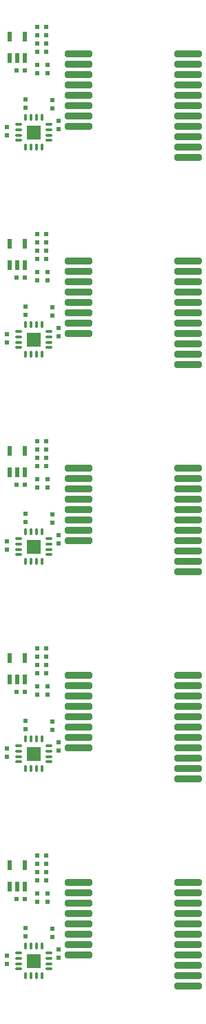
<source format=gtp>
G04 Layer_Color=8421504*
%FSAX24Y24*%
%MOIN*%
G70*
G01*
G75*
%ADD10R,0.0197X0.0236*%
%ADD11R,0.0236X0.0236*%
%ADD12R,0.0236X0.0197*%
G04:AMPARAMS|DCode=13|XSize=132mil|YSize=32mil|CornerRadius=8mil|HoleSize=0mil|Usage=FLASHONLY|Rotation=0.000|XOffset=0mil|YOffset=0mil|HoleType=Round|Shape=RoundedRectangle|*
%AMROUNDEDRECTD13*
21,1,0.1320,0.0160,0,0,0.0*
21,1,0.1160,0.0320,0,0,0.0*
1,1,0.0160,0.0580,-0.0080*
1,1,0.0160,-0.0580,-0.0080*
1,1,0.0160,-0.0580,0.0080*
1,1,0.0160,0.0580,0.0080*
%
%ADD13ROUNDEDRECTD13*%
G04:AMPARAMS|DCode=14|XSize=15mil|YSize=33mil|CornerRadius=4.9mil|HoleSize=0mil|Usage=FLASHONLY|Rotation=0.000|XOffset=0mil|YOffset=0mil|HoleType=Round|Shape=RoundedRectangle|*
%AMROUNDEDRECTD14*
21,1,0.0150,0.0233,0,0,0.0*
21,1,0.0053,0.0330,0,0,0.0*
1,1,0.0098,0.0026,-0.0116*
1,1,0.0098,-0.0026,-0.0116*
1,1,0.0098,-0.0026,0.0116*
1,1,0.0098,0.0026,0.0116*
%
%ADD14ROUNDEDRECTD14*%
G04:AMPARAMS|DCode=15|XSize=15mil|YSize=33mil|CornerRadius=4.9mil|HoleSize=0mil|Usage=FLASHONLY|Rotation=270.000|XOffset=0mil|YOffset=0mil|HoleType=Round|Shape=RoundedRectangle|*
%AMROUNDEDRECTD15*
21,1,0.0150,0.0233,0,0,270.0*
21,1,0.0053,0.0330,0,0,270.0*
1,1,0.0098,-0.0116,-0.0026*
1,1,0.0098,-0.0116,0.0026*
1,1,0.0098,0.0116,0.0026*
1,1,0.0098,0.0116,-0.0026*
%
%ADD15ROUNDEDRECTD15*%
%ADD16R,0.0690X0.0690*%
%ADD17R,0.0220X0.0480*%
%ADD34R,0.0198X0.0198*%
D10*
X015600Y014153D02*
D03*
Y014547D02*
D03*
X017050Y019397D02*
D03*
Y019003D02*
D03*
X018100Y014847D02*
D03*
Y014453D02*
D03*
X016500Y015503D02*
D03*
Y015897D02*
D03*
X017800Y015453D02*
D03*
Y015847D02*
D03*
X017050Y018203D02*
D03*
Y018597D02*
D03*
X015600Y024153D02*
D03*
Y024547D02*
D03*
X017050Y029397D02*
D03*
Y029003D02*
D03*
X018100Y024847D02*
D03*
Y024453D02*
D03*
X016500Y025503D02*
D03*
Y025897D02*
D03*
X017800Y025453D02*
D03*
Y025847D02*
D03*
X017050Y028203D02*
D03*
Y028597D02*
D03*
X015600Y034153D02*
D03*
Y034547D02*
D03*
X017050Y039397D02*
D03*
Y039003D02*
D03*
X018100Y034847D02*
D03*
Y034453D02*
D03*
X016500Y035503D02*
D03*
Y035897D02*
D03*
X017800Y035453D02*
D03*
Y035847D02*
D03*
X017050Y038203D02*
D03*
Y038597D02*
D03*
X015600Y044153D02*
D03*
Y044547D02*
D03*
X017050Y049397D02*
D03*
Y049003D02*
D03*
X018100Y044847D02*
D03*
Y044453D02*
D03*
X016500Y045503D02*
D03*
Y045897D02*
D03*
X017800Y045453D02*
D03*
Y045847D02*
D03*
X017050Y048203D02*
D03*
Y048597D02*
D03*
X015600Y054153D02*
D03*
Y054547D02*
D03*
X017050Y059397D02*
D03*
Y059003D02*
D03*
X018100Y054847D02*
D03*
Y054453D02*
D03*
X016500Y055503D02*
D03*
Y055897D02*
D03*
X017800Y055453D02*
D03*
Y055847D02*
D03*
X017050Y058203D02*
D03*
Y058597D02*
D03*
D11*
X017500Y019397D02*
D03*
Y019003D02*
D03*
Y018597D02*
D03*
Y018203D02*
D03*
X017550Y017547D02*
D03*
Y017153D02*
D03*
X017050Y017153D02*
D03*
Y017547D02*
D03*
X017500Y029397D02*
D03*
Y029003D02*
D03*
Y028597D02*
D03*
Y028203D02*
D03*
X017550Y027547D02*
D03*
Y027153D02*
D03*
X017050Y027153D02*
D03*
Y027547D02*
D03*
X017500Y039397D02*
D03*
Y039003D02*
D03*
Y038597D02*
D03*
Y038203D02*
D03*
X017550Y037547D02*
D03*
Y037153D02*
D03*
X017050Y037153D02*
D03*
Y037547D02*
D03*
X017500Y049397D02*
D03*
Y049003D02*
D03*
Y048597D02*
D03*
Y048203D02*
D03*
X017550Y047547D02*
D03*
Y047153D02*
D03*
X017050Y047153D02*
D03*
Y047547D02*
D03*
X017500Y059397D02*
D03*
Y059003D02*
D03*
Y058597D02*
D03*
Y058203D02*
D03*
X017550Y057547D02*
D03*
Y057153D02*
D03*
X017050Y057153D02*
D03*
Y057547D02*
D03*
D12*
X016053Y017300D02*
D03*
X016447D02*
D03*
X016053Y027300D02*
D03*
X016447D02*
D03*
X016053Y037300D02*
D03*
X016447D02*
D03*
X016053Y047300D02*
D03*
X016447D02*
D03*
X016053Y057300D02*
D03*
X016447D02*
D03*
D13*
X024350Y013100D02*
D03*
Y013600D02*
D03*
Y014100D02*
D03*
Y018100D02*
D03*
Y017600D02*
D03*
Y017100D02*
D03*
Y015600D02*
D03*
Y016100D02*
D03*
Y016600D02*
D03*
Y015100D02*
D03*
Y014600D02*
D03*
X019050D02*
D03*
Y015100D02*
D03*
Y016600D02*
D03*
Y016100D02*
D03*
Y015600D02*
D03*
Y017100D02*
D03*
Y017600D02*
D03*
Y018100D02*
D03*
X024350Y023100D02*
D03*
Y023600D02*
D03*
Y024100D02*
D03*
Y028100D02*
D03*
Y027600D02*
D03*
Y027100D02*
D03*
Y025600D02*
D03*
Y026100D02*
D03*
Y026600D02*
D03*
Y025100D02*
D03*
Y024600D02*
D03*
X019050D02*
D03*
Y025100D02*
D03*
Y026600D02*
D03*
Y026100D02*
D03*
Y025600D02*
D03*
Y027100D02*
D03*
Y027600D02*
D03*
Y028100D02*
D03*
X024350Y033100D02*
D03*
Y033600D02*
D03*
Y034100D02*
D03*
Y038100D02*
D03*
Y037600D02*
D03*
Y037100D02*
D03*
Y035600D02*
D03*
Y036100D02*
D03*
Y036600D02*
D03*
Y035100D02*
D03*
Y034600D02*
D03*
X019050D02*
D03*
Y035100D02*
D03*
Y036600D02*
D03*
Y036100D02*
D03*
Y035600D02*
D03*
Y037100D02*
D03*
Y037600D02*
D03*
Y038100D02*
D03*
X024350Y043100D02*
D03*
Y043600D02*
D03*
Y044100D02*
D03*
Y048100D02*
D03*
Y047600D02*
D03*
Y047100D02*
D03*
Y045600D02*
D03*
Y046100D02*
D03*
Y046600D02*
D03*
Y045100D02*
D03*
Y044600D02*
D03*
X019050D02*
D03*
Y045100D02*
D03*
Y046600D02*
D03*
Y046100D02*
D03*
Y045600D02*
D03*
Y047100D02*
D03*
Y047600D02*
D03*
Y048100D02*
D03*
X024350Y053100D02*
D03*
Y053600D02*
D03*
Y054100D02*
D03*
Y058100D02*
D03*
Y057600D02*
D03*
Y057100D02*
D03*
Y055600D02*
D03*
Y056100D02*
D03*
Y056600D02*
D03*
Y055100D02*
D03*
Y054600D02*
D03*
X019050D02*
D03*
Y055100D02*
D03*
Y056600D02*
D03*
Y056100D02*
D03*
Y055600D02*
D03*
Y057100D02*
D03*
Y057600D02*
D03*
Y058100D02*
D03*
D14*
X016511Y013576D02*
D03*
X016771D02*
D03*
X017028D02*
D03*
X017284D02*
D03*
Y015024D02*
D03*
X017028D02*
D03*
X016771D02*
D03*
X016511D02*
D03*
Y023576D02*
D03*
X016771D02*
D03*
X017028D02*
D03*
X017284D02*
D03*
Y025024D02*
D03*
X017028D02*
D03*
X016771D02*
D03*
X016511D02*
D03*
Y033576D02*
D03*
X016771D02*
D03*
X017028D02*
D03*
X017284D02*
D03*
Y035024D02*
D03*
X017028D02*
D03*
X016771D02*
D03*
X016511D02*
D03*
Y043576D02*
D03*
X016771D02*
D03*
X017028D02*
D03*
X017284D02*
D03*
Y045024D02*
D03*
X017028D02*
D03*
X016771D02*
D03*
X016511D02*
D03*
Y053576D02*
D03*
X016771D02*
D03*
X017028D02*
D03*
X017284D02*
D03*
Y055024D02*
D03*
X017028D02*
D03*
X016771D02*
D03*
X016511D02*
D03*
D15*
X017629Y013911D02*
D03*
Y014167D02*
D03*
Y014424D02*
D03*
Y014684D02*
D03*
X016171D02*
D03*
Y014424D02*
D03*
Y014167D02*
D03*
Y013911D02*
D03*
X017629Y023911D02*
D03*
Y024167D02*
D03*
Y024424D02*
D03*
Y024684D02*
D03*
X016171D02*
D03*
Y024424D02*
D03*
Y024167D02*
D03*
Y023911D02*
D03*
X017629Y033911D02*
D03*
Y034167D02*
D03*
Y034424D02*
D03*
Y034684D02*
D03*
X016171D02*
D03*
Y034424D02*
D03*
Y034167D02*
D03*
Y033911D02*
D03*
X017629Y043911D02*
D03*
Y044167D02*
D03*
Y044424D02*
D03*
Y044684D02*
D03*
X016171D02*
D03*
Y044424D02*
D03*
Y044167D02*
D03*
Y043911D02*
D03*
X017629Y053911D02*
D03*
Y054167D02*
D03*
Y054424D02*
D03*
Y054684D02*
D03*
X016171D02*
D03*
Y054424D02*
D03*
Y054167D02*
D03*
Y053911D02*
D03*
D16*
X016881Y014294D02*
D03*
Y024294D02*
D03*
Y034294D02*
D03*
Y044294D02*
D03*
Y054294D02*
D03*
D17*
X015726Y018920D02*
D03*
X016480D02*
D03*
Y017888D02*
D03*
X016100D02*
D03*
X015726D02*
D03*
Y028920D02*
D03*
X016480D02*
D03*
Y027888D02*
D03*
X016100D02*
D03*
X015726D02*
D03*
Y038920D02*
D03*
X016480D02*
D03*
Y037888D02*
D03*
X016100D02*
D03*
X015726D02*
D03*
Y048920D02*
D03*
X016480D02*
D03*
Y047888D02*
D03*
X016100D02*
D03*
X015726D02*
D03*
Y058920D02*
D03*
X016480D02*
D03*
Y057888D02*
D03*
X016100D02*
D03*
X015726D02*
D03*
D34*
X016900Y014295D02*
D03*
Y024295D02*
D03*
Y034295D02*
D03*
Y044295D02*
D03*
Y054295D02*
D03*
M02*

</source>
